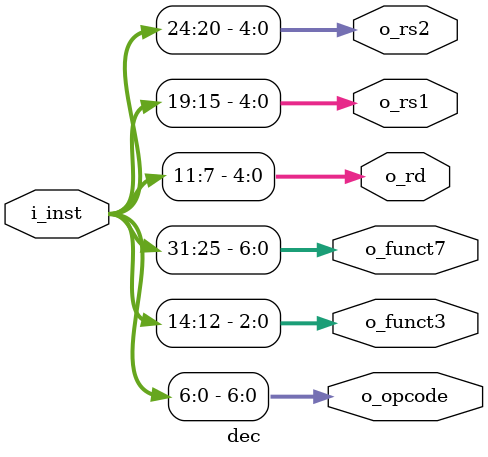
<source format=v>
module dec
(
    /* inputs */
    input [31:0] i_inst,

    /* outputs */
    output [6:0] o_opcode,
    output [2:0] o_funct3,
    output [6:0] o_funct7,
    output [4:0] o_rd,
    output [4:0] o_rs1,
    output [4:0] o_rs2
);

    assign o_opcode = i_inst[ 6: 0];
    assign o_funct3 = i_inst[14:12];
    assign o_funct7 = i_inst[31:25];
    assign o_rd     = i_inst[11: 7];
    assign o_rs1    = i_inst[19:15];
    assign o_rs2    = i_inst[24:20];

endmodule

</source>
